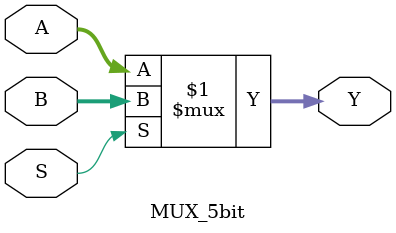
<source format=v>
module MUX_5bit 
(
    input [4:0] A,
    input [4:0] B,
    input S,
    output [4:0] Y
);
    assign Y = S ? B : A;
endmodule
</source>
